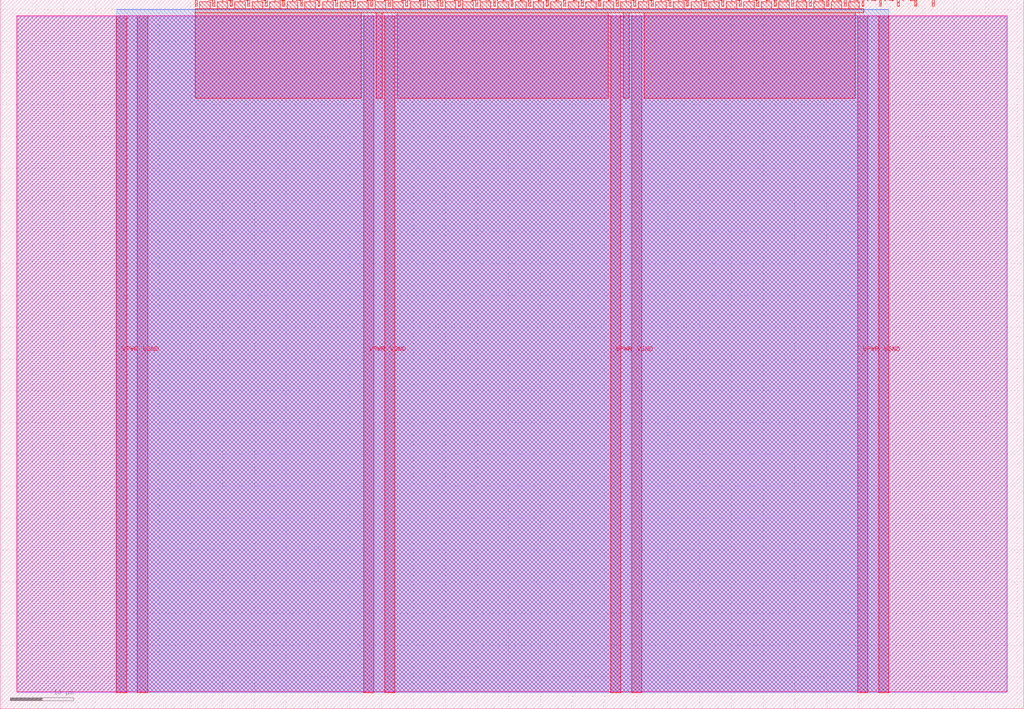
<source format=lef>
VERSION 5.7 ;
  NOWIREEXTENSIONATPIN ON ;
  DIVIDERCHAR "/" ;
  BUSBITCHARS "[]" ;
MACRO tt_um_wokwi_414119773814936577
  CLASS BLOCK ;
  FOREIGN tt_um_wokwi_414119773814936577 ;
  ORIGIN 0.000 0.000 ;
  SIZE 161.000 BY 111.520 ;
  PIN VGND
    DIRECTION INOUT ;
    USE GROUND ;
    PORT
      LAYER met4 ;
        RECT 21.580 2.480 23.180 109.040 ;
    END
    PORT
      LAYER met4 ;
        RECT 60.450 2.480 62.050 109.040 ;
    END
    PORT
      LAYER met4 ;
        RECT 99.320 2.480 100.920 109.040 ;
    END
    PORT
      LAYER met4 ;
        RECT 138.190 2.480 139.790 109.040 ;
    END
  END VGND
  PIN VPWR
    DIRECTION INOUT ;
    USE POWER ;
    PORT
      LAYER met4 ;
        RECT 18.280 2.480 19.880 109.040 ;
    END
    PORT
      LAYER met4 ;
        RECT 57.150 2.480 58.750 109.040 ;
    END
    PORT
      LAYER met4 ;
        RECT 96.020 2.480 97.620 109.040 ;
    END
    PORT
      LAYER met4 ;
        RECT 134.890 2.480 136.490 109.040 ;
    END
  END VPWR
  PIN clk
    DIRECTION INPUT ;
    USE SIGNAL ;
    PORT
      LAYER met4 ;
        RECT 143.830 110.520 144.130 111.520 ;
    END
  END clk
  PIN ena
    DIRECTION INPUT ;
    USE SIGNAL ;
    PORT
      LAYER met4 ;
        RECT 146.590 110.520 146.890 111.520 ;
    END
  END ena
  PIN rst_n
    DIRECTION INPUT ;
    USE SIGNAL ;
    PORT
      LAYER met4 ;
        RECT 141.070 110.520 141.370 111.520 ;
    END
  END rst_n
  PIN ui_in[0]
    DIRECTION INPUT ;
    USE SIGNAL ;
    PORT
      LAYER met4 ;
        RECT 138.310 110.520 138.610 111.520 ;
    END
  END ui_in[0]
  PIN ui_in[1]
    DIRECTION INPUT ;
    USE SIGNAL ;
    ANTENNAGATEAREA 0.213000 ;
    PORT
      LAYER met4 ;
        RECT 135.550 110.520 135.850 111.520 ;
    END
  END ui_in[1]
  PIN ui_in[2]
    DIRECTION INPUT ;
    USE SIGNAL ;
    ANTENNAGATEAREA 0.159000 ;
    PORT
      LAYER met4 ;
        RECT 132.790 110.520 133.090 111.520 ;
    END
  END ui_in[2]
  PIN ui_in[3]
    DIRECTION INPUT ;
    USE SIGNAL ;
    ANTENNAGATEAREA 0.159000 ;
    PORT
      LAYER met4 ;
        RECT 130.030 110.520 130.330 111.520 ;
    END
  END ui_in[3]
  PIN ui_in[4]
    DIRECTION INPUT ;
    USE SIGNAL ;
    ANTENNAGATEAREA 0.159000 ;
    PORT
      LAYER met4 ;
        RECT 127.270 110.520 127.570 111.520 ;
    END
  END ui_in[4]
  PIN ui_in[5]
    DIRECTION INPUT ;
    USE SIGNAL ;
    ANTENNAGATEAREA 0.159000 ;
    PORT
      LAYER met4 ;
        RECT 124.510 110.520 124.810 111.520 ;
    END
  END ui_in[5]
  PIN ui_in[6]
    DIRECTION INPUT ;
    USE SIGNAL ;
    ANTENNAGATEAREA 0.159000 ;
    PORT
      LAYER met4 ;
        RECT 121.750 110.520 122.050 111.520 ;
    END
  END ui_in[6]
  PIN ui_in[7]
    DIRECTION INPUT ;
    USE SIGNAL ;
    PORT
      LAYER met4 ;
        RECT 118.990 110.520 119.290 111.520 ;
    END
  END ui_in[7]
  PIN uio_in[0]
    DIRECTION INPUT ;
    USE SIGNAL ;
    PORT
      LAYER met4 ;
        RECT 116.230 110.520 116.530 111.520 ;
    END
  END uio_in[0]
  PIN uio_in[1]
    DIRECTION INPUT ;
    USE SIGNAL ;
    PORT
      LAYER met4 ;
        RECT 113.470 110.520 113.770 111.520 ;
    END
  END uio_in[1]
  PIN uio_in[2]
    DIRECTION INPUT ;
    USE SIGNAL ;
    PORT
      LAYER met4 ;
        RECT 110.710 110.520 111.010 111.520 ;
    END
  END uio_in[2]
  PIN uio_in[3]
    DIRECTION INPUT ;
    USE SIGNAL ;
    PORT
      LAYER met4 ;
        RECT 107.950 110.520 108.250 111.520 ;
    END
  END uio_in[3]
  PIN uio_in[4]
    DIRECTION INPUT ;
    USE SIGNAL ;
    PORT
      LAYER met4 ;
        RECT 105.190 110.520 105.490 111.520 ;
    END
  END uio_in[4]
  PIN uio_in[5]
    DIRECTION INPUT ;
    USE SIGNAL ;
    PORT
      LAYER met4 ;
        RECT 102.430 110.520 102.730 111.520 ;
    END
  END uio_in[5]
  PIN uio_in[6]
    DIRECTION INPUT ;
    USE SIGNAL ;
    PORT
      LAYER met4 ;
        RECT 99.670 110.520 99.970 111.520 ;
    END
  END uio_in[6]
  PIN uio_in[7]
    DIRECTION INPUT ;
    USE SIGNAL ;
    PORT
      LAYER met4 ;
        RECT 96.910 110.520 97.210 111.520 ;
    END
  END uio_in[7]
  PIN uio_oe[0]
    DIRECTION OUTPUT ;
    USE SIGNAL ;
    PORT
      LAYER met4 ;
        RECT 49.990 110.520 50.290 111.520 ;
    END
  END uio_oe[0]
  PIN uio_oe[1]
    DIRECTION OUTPUT ;
    USE SIGNAL ;
    PORT
      LAYER met4 ;
        RECT 47.230 110.520 47.530 111.520 ;
    END
  END uio_oe[1]
  PIN uio_oe[2]
    DIRECTION OUTPUT ;
    USE SIGNAL ;
    PORT
      LAYER met4 ;
        RECT 44.470 110.520 44.770 111.520 ;
    END
  END uio_oe[2]
  PIN uio_oe[3]
    DIRECTION OUTPUT ;
    USE SIGNAL ;
    PORT
      LAYER met4 ;
        RECT 41.710 110.520 42.010 111.520 ;
    END
  END uio_oe[3]
  PIN uio_oe[4]
    DIRECTION OUTPUT ;
    USE SIGNAL ;
    PORT
      LAYER met4 ;
        RECT 38.950 110.520 39.250 111.520 ;
    END
  END uio_oe[4]
  PIN uio_oe[5]
    DIRECTION OUTPUT ;
    USE SIGNAL ;
    PORT
      LAYER met4 ;
        RECT 36.190 110.520 36.490 111.520 ;
    END
  END uio_oe[5]
  PIN uio_oe[6]
    DIRECTION OUTPUT ;
    USE SIGNAL ;
    PORT
      LAYER met4 ;
        RECT 33.430 110.520 33.730 111.520 ;
    END
  END uio_oe[6]
  PIN uio_oe[7]
    DIRECTION OUTPUT ;
    USE SIGNAL ;
    PORT
      LAYER met4 ;
        RECT 30.670 110.520 30.970 111.520 ;
    END
  END uio_oe[7]
  PIN uio_out[0]
    DIRECTION OUTPUT ;
    USE SIGNAL ;
    PORT
      LAYER met4 ;
        RECT 72.070 110.520 72.370 111.520 ;
    END
  END uio_out[0]
  PIN uio_out[1]
    DIRECTION OUTPUT ;
    USE SIGNAL ;
    PORT
      LAYER met4 ;
        RECT 69.310 110.520 69.610 111.520 ;
    END
  END uio_out[1]
  PIN uio_out[2]
    DIRECTION OUTPUT ;
    USE SIGNAL ;
    PORT
      LAYER met4 ;
        RECT 66.550 110.520 66.850 111.520 ;
    END
  END uio_out[2]
  PIN uio_out[3]
    DIRECTION OUTPUT ;
    USE SIGNAL ;
    PORT
      LAYER met4 ;
        RECT 63.790 110.520 64.090 111.520 ;
    END
  END uio_out[3]
  PIN uio_out[4]
    DIRECTION OUTPUT ;
    USE SIGNAL ;
    PORT
      LAYER met4 ;
        RECT 61.030 110.520 61.330 111.520 ;
    END
  END uio_out[4]
  PIN uio_out[5]
    DIRECTION OUTPUT ;
    USE SIGNAL ;
    PORT
      LAYER met4 ;
        RECT 58.270 110.520 58.570 111.520 ;
    END
  END uio_out[5]
  PIN uio_out[6]
    DIRECTION OUTPUT ;
    USE SIGNAL ;
    PORT
      LAYER met4 ;
        RECT 55.510 110.520 55.810 111.520 ;
    END
  END uio_out[6]
  PIN uio_out[7]
    DIRECTION OUTPUT ;
    USE SIGNAL ;
    PORT
      LAYER met4 ;
        RECT 52.750 110.520 53.050 111.520 ;
    END
  END uio_out[7]
  PIN uo_out[0]
    DIRECTION OUTPUT ;
    USE SIGNAL ;
    PORT
      LAYER met4 ;
        RECT 94.150 110.520 94.450 111.520 ;
    END
  END uo_out[0]
  PIN uo_out[1]
    DIRECTION OUTPUT ;
    USE SIGNAL ;
    ANTENNADIFFAREA 0.795200 ;
    PORT
      LAYER met4 ;
        RECT 91.390 110.520 91.690 111.520 ;
    END
  END uo_out[1]
  PIN uo_out[2]
    DIRECTION OUTPUT ;
    USE SIGNAL ;
    ANTENNADIFFAREA 0.445500 ;
    PORT
      LAYER met4 ;
        RECT 88.630 110.520 88.930 111.520 ;
    END
  END uo_out[2]
  PIN uo_out[3]
    DIRECTION OUTPUT ;
    USE SIGNAL ;
    ANTENNADIFFAREA 0.445500 ;
    PORT
      LAYER met4 ;
        RECT 85.870 110.520 86.170 111.520 ;
    END
  END uo_out[3]
  PIN uo_out[4]
    DIRECTION OUTPUT ;
    USE SIGNAL ;
    ANTENNADIFFAREA 0.445500 ;
    PORT
      LAYER met4 ;
        RECT 83.110 110.520 83.410 111.520 ;
    END
  END uo_out[4]
  PIN uo_out[5]
    DIRECTION OUTPUT ;
    USE SIGNAL ;
    ANTENNADIFFAREA 0.445500 ;
    PORT
      LAYER met4 ;
        RECT 80.350 110.520 80.650 111.520 ;
    END
  END uo_out[5]
  PIN uo_out[6]
    DIRECTION OUTPUT ;
    USE SIGNAL ;
    ANTENNADIFFAREA 0.445500 ;
    PORT
      LAYER met4 ;
        RECT 77.590 110.520 77.890 111.520 ;
    END
  END uo_out[6]
  PIN uo_out[7]
    DIRECTION OUTPUT ;
    USE SIGNAL ;
    PORT
      LAYER met4 ;
        RECT 74.830 110.520 75.130 111.520 ;
    END
  END uo_out[7]
  OBS
      LAYER nwell ;
        RECT 2.570 2.635 158.430 108.990 ;
      LAYER li1 ;
        RECT 2.760 2.635 158.240 108.885 ;
      LAYER met1 ;
        RECT 2.760 2.480 158.240 109.040 ;
      LAYER met2 ;
        RECT 18.310 2.535 139.760 110.005 ;
      LAYER met3 ;
        RECT 18.290 2.555 139.780 109.985 ;
      LAYER met4 ;
        RECT 31.370 110.120 33.030 111.170 ;
        RECT 34.130 110.120 35.790 111.170 ;
        RECT 36.890 110.120 38.550 111.170 ;
        RECT 39.650 110.120 41.310 111.170 ;
        RECT 42.410 110.120 44.070 111.170 ;
        RECT 45.170 110.120 46.830 111.170 ;
        RECT 47.930 110.120 49.590 111.170 ;
        RECT 50.690 110.120 52.350 111.170 ;
        RECT 53.450 110.120 55.110 111.170 ;
        RECT 56.210 110.120 57.870 111.170 ;
        RECT 58.970 110.120 60.630 111.170 ;
        RECT 61.730 110.120 63.390 111.170 ;
        RECT 64.490 110.120 66.150 111.170 ;
        RECT 67.250 110.120 68.910 111.170 ;
        RECT 70.010 110.120 71.670 111.170 ;
        RECT 72.770 110.120 74.430 111.170 ;
        RECT 75.530 110.120 77.190 111.170 ;
        RECT 78.290 110.120 79.950 111.170 ;
        RECT 81.050 110.120 82.710 111.170 ;
        RECT 83.810 110.120 85.470 111.170 ;
        RECT 86.570 110.120 88.230 111.170 ;
        RECT 89.330 110.120 90.990 111.170 ;
        RECT 92.090 110.120 93.750 111.170 ;
        RECT 94.850 110.120 96.510 111.170 ;
        RECT 97.610 110.120 99.270 111.170 ;
        RECT 100.370 110.120 102.030 111.170 ;
        RECT 103.130 110.120 104.790 111.170 ;
        RECT 105.890 110.120 107.550 111.170 ;
        RECT 108.650 110.120 110.310 111.170 ;
        RECT 111.410 110.120 113.070 111.170 ;
        RECT 114.170 110.120 115.830 111.170 ;
        RECT 116.930 110.120 118.590 111.170 ;
        RECT 119.690 110.120 121.350 111.170 ;
        RECT 122.450 110.120 124.110 111.170 ;
        RECT 125.210 110.120 126.870 111.170 ;
        RECT 127.970 110.120 129.630 111.170 ;
        RECT 130.730 110.120 132.390 111.170 ;
        RECT 133.490 110.120 135.150 111.170 ;
        RECT 30.655 109.440 135.850 110.120 ;
        RECT 30.655 96.055 56.750 109.440 ;
        RECT 59.150 96.055 60.050 109.440 ;
        RECT 62.450 96.055 95.620 109.440 ;
        RECT 98.020 96.055 98.920 109.440 ;
        RECT 101.320 96.055 134.490 109.440 ;
  END
END tt_um_wokwi_414119773814936577
END LIBRARY


</source>
